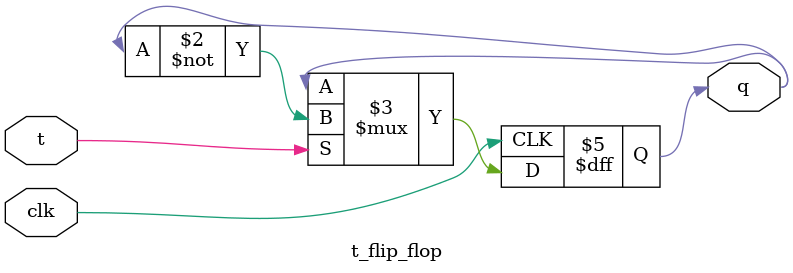
<source format=v>
module t_flip_flop (
    input t,
    input clk,
    output reg q
);

always @(posedge clk)
begin
    if (t)
        q <= ~q;
end

endmodule

</source>
